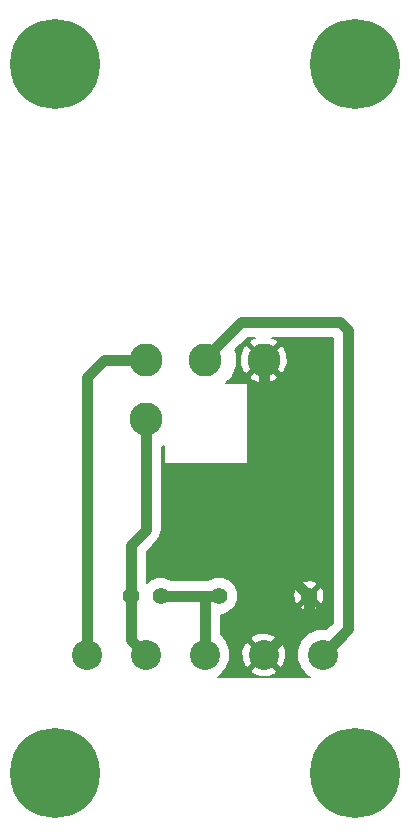
<source format=gbl>
G04 (created by PCBNEW (2013-07-07 BZR 4022)-stable) date 8/17/2015 4:18:57 PM*
%MOIN*%
G04 Gerber Fmt 3.4, Leading zero omitted, Abs format*
%FSLAX34Y34*%
G01*
G70*
G90*
G04 APERTURE LIST*
%ADD10C,0.00590551*%
%ADD11C,0.055*%
%ADD12C,0.110236*%
%ADD13C,0.1*%
%ADD14C,0.3*%
%ADD15C,0.0354331*%
%ADD16C,0.00787402*%
G04 APERTURE END LIST*
G54D10*
G54D11*
X98893Y-45275D03*
X101893Y-45275D03*
X95956Y-45275D03*
X96956Y-45275D03*
G54D12*
X98425Y-37401D03*
X100393Y-37401D03*
X96456Y-37401D03*
X96456Y-39370D03*
G54D13*
X94488Y-47244D03*
X96456Y-47244D03*
X98425Y-47244D03*
X100393Y-47244D03*
X102362Y-47244D03*
G54D14*
X93425Y-51181D03*
X103425Y-51181D03*
X93425Y-27559D03*
X103425Y-27559D03*
G54D15*
X98421Y-45275D02*
X98421Y-47240D01*
X98421Y-47240D02*
X98425Y-47244D01*
X96956Y-45275D02*
X98421Y-45275D01*
X98421Y-45275D02*
X98893Y-45275D01*
X101893Y-45275D02*
X101893Y-45744D01*
X101893Y-45744D02*
X100393Y-47244D01*
X100393Y-37401D02*
X100393Y-43775D01*
X100393Y-43775D02*
X101893Y-45275D01*
X96456Y-37401D02*
X95074Y-37401D01*
X95074Y-37401D02*
X94488Y-37988D01*
X94488Y-37988D02*
X94488Y-47244D01*
X98425Y-37401D02*
X98425Y-37338D01*
X103216Y-46389D02*
X102362Y-47244D01*
X103216Y-36405D02*
X103216Y-46389D01*
X102944Y-36133D02*
X103216Y-36405D01*
X99629Y-36133D02*
X102944Y-36133D01*
X98425Y-37338D02*
X99629Y-36133D01*
X95956Y-45275D02*
X95956Y-46744D01*
X95956Y-46744D02*
X96456Y-47244D01*
X96456Y-39370D02*
X96456Y-43086D01*
X95956Y-43586D02*
X95956Y-45275D01*
X96456Y-43086D02*
X95956Y-43586D01*
G54D10*
G36*
X102685Y-46169D02*
X102464Y-46389D01*
X102414Y-46389D01*
X102414Y-45338D01*
X102398Y-45134D01*
X102350Y-45018D01*
X102262Y-44992D01*
X102176Y-45078D01*
X102176Y-44907D01*
X102150Y-44818D01*
X101956Y-44754D01*
X101752Y-44770D01*
X101636Y-44818D01*
X101610Y-44907D01*
X101893Y-45189D01*
X102176Y-44907D01*
X102176Y-45078D01*
X101979Y-45275D01*
X102262Y-45558D01*
X102350Y-45532D01*
X102414Y-45338D01*
X102414Y-46389D01*
X102193Y-46389D01*
X102176Y-46396D01*
X102176Y-45644D01*
X101893Y-45361D01*
X101807Y-45447D01*
X101807Y-45275D01*
X101525Y-44992D01*
X101436Y-45018D01*
X101373Y-45212D01*
X101388Y-45416D01*
X101436Y-45532D01*
X101525Y-45558D01*
X101807Y-45275D01*
X101807Y-45447D01*
X101610Y-45644D01*
X101636Y-45732D01*
X101831Y-45796D01*
X102035Y-45780D01*
X102150Y-45732D01*
X102176Y-45644D01*
X102176Y-46396D01*
X101878Y-46519D01*
X101638Y-46759D01*
X101508Y-47073D01*
X101507Y-47413D01*
X101637Y-47727D01*
X101877Y-47967D01*
X101935Y-47992D01*
X101189Y-47992D01*
X101189Y-37530D01*
X101178Y-37215D01*
X101079Y-36978D01*
X100962Y-36918D01*
X100479Y-37401D01*
X100962Y-37884D01*
X101079Y-37824D01*
X101189Y-37530D01*
X101189Y-47992D01*
X101138Y-47992D01*
X101138Y-47360D01*
X101126Y-47066D01*
X101037Y-46851D01*
X100925Y-46798D01*
X100876Y-46846D01*
X100876Y-37970D01*
X100393Y-37487D01*
X100307Y-37573D01*
X100307Y-37401D01*
X99824Y-36918D01*
X99707Y-36978D01*
X99598Y-37272D01*
X99609Y-37587D01*
X99707Y-37824D01*
X99824Y-37884D01*
X100307Y-37401D01*
X100307Y-37573D01*
X99910Y-37970D01*
X99970Y-38087D01*
X100265Y-38197D01*
X100579Y-38185D01*
X100817Y-38087D01*
X100876Y-37970D01*
X100876Y-46846D01*
X100839Y-46883D01*
X100839Y-46712D01*
X100786Y-46600D01*
X100510Y-46499D01*
X100216Y-46511D01*
X100001Y-46600D01*
X99947Y-46712D01*
X100393Y-47158D01*
X100839Y-46712D01*
X100839Y-46883D01*
X100479Y-47244D01*
X100925Y-47690D01*
X101037Y-47636D01*
X101138Y-47360D01*
X101138Y-47992D01*
X100839Y-47992D01*
X100839Y-47775D01*
X100393Y-47329D01*
X100307Y-47415D01*
X100307Y-47244D01*
X99861Y-46798D01*
X99750Y-46851D01*
X99648Y-47127D01*
X99661Y-47421D01*
X99750Y-47636D01*
X99861Y-47690D01*
X100307Y-47244D01*
X100307Y-47415D01*
X99947Y-47775D01*
X100001Y-47887D01*
X100277Y-47988D01*
X100571Y-47976D01*
X100786Y-47887D01*
X100839Y-47775D01*
X100839Y-47992D01*
X98852Y-47992D01*
X98908Y-47968D01*
X99149Y-47728D01*
X99279Y-47414D01*
X99279Y-47074D01*
X99149Y-46760D01*
X98952Y-46563D01*
X98952Y-45904D01*
X99018Y-45905D01*
X99249Y-45809D01*
X99426Y-45632D01*
X99522Y-45401D01*
X99523Y-45150D01*
X99427Y-44919D01*
X99250Y-44742D01*
X99019Y-44646D01*
X98769Y-44646D01*
X98537Y-44741D01*
X98535Y-44744D01*
X98421Y-44744D01*
X97315Y-44744D01*
X97313Y-44742D01*
X97082Y-44646D01*
X96832Y-44646D01*
X96600Y-44741D01*
X96488Y-44854D01*
X96488Y-43806D01*
X96832Y-43462D01*
X96947Y-43290D01*
X96947Y-43290D01*
X96988Y-43086D01*
X96988Y-40300D01*
X97051Y-40274D01*
X97051Y-40885D01*
X99854Y-40885D01*
X99854Y-38192D01*
X99137Y-38192D01*
X99325Y-38004D01*
X99488Y-37613D01*
X99488Y-37191D01*
X99440Y-37075D01*
X99850Y-36665D01*
X100091Y-36665D01*
X99970Y-36715D01*
X99910Y-36832D01*
X100393Y-37315D01*
X100876Y-36832D01*
X100817Y-36715D01*
X100682Y-36665D01*
X102685Y-36665D01*
X102685Y-46169D01*
X102685Y-46169D01*
G37*
G54D16*
X102685Y-46169D02*
X102464Y-46389D01*
X102414Y-46389D01*
X102414Y-45338D01*
X102398Y-45134D01*
X102350Y-45018D01*
X102262Y-44992D01*
X102176Y-45078D01*
X102176Y-44907D01*
X102150Y-44818D01*
X101956Y-44754D01*
X101752Y-44770D01*
X101636Y-44818D01*
X101610Y-44907D01*
X101893Y-45189D01*
X102176Y-44907D01*
X102176Y-45078D01*
X101979Y-45275D01*
X102262Y-45558D01*
X102350Y-45532D01*
X102414Y-45338D01*
X102414Y-46389D01*
X102193Y-46389D01*
X102176Y-46396D01*
X102176Y-45644D01*
X101893Y-45361D01*
X101807Y-45447D01*
X101807Y-45275D01*
X101525Y-44992D01*
X101436Y-45018D01*
X101373Y-45212D01*
X101388Y-45416D01*
X101436Y-45532D01*
X101525Y-45558D01*
X101807Y-45275D01*
X101807Y-45447D01*
X101610Y-45644D01*
X101636Y-45732D01*
X101831Y-45796D01*
X102035Y-45780D01*
X102150Y-45732D01*
X102176Y-45644D01*
X102176Y-46396D01*
X101878Y-46519D01*
X101638Y-46759D01*
X101508Y-47073D01*
X101507Y-47413D01*
X101637Y-47727D01*
X101877Y-47967D01*
X101935Y-47992D01*
X101189Y-47992D01*
X101189Y-37530D01*
X101178Y-37215D01*
X101079Y-36978D01*
X100962Y-36918D01*
X100479Y-37401D01*
X100962Y-37884D01*
X101079Y-37824D01*
X101189Y-37530D01*
X101189Y-47992D01*
X101138Y-47992D01*
X101138Y-47360D01*
X101126Y-47066D01*
X101037Y-46851D01*
X100925Y-46798D01*
X100876Y-46846D01*
X100876Y-37970D01*
X100393Y-37487D01*
X100307Y-37573D01*
X100307Y-37401D01*
X99824Y-36918D01*
X99707Y-36978D01*
X99598Y-37272D01*
X99609Y-37587D01*
X99707Y-37824D01*
X99824Y-37884D01*
X100307Y-37401D01*
X100307Y-37573D01*
X99910Y-37970D01*
X99970Y-38087D01*
X100265Y-38197D01*
X100579Y-38185D01*
X100817Y-38087D01*
X100876Y-37970D01*
X100876Y-46846D01*
X100839Y-46883D01*
X100839Y-46712D01*
X100786Y-46600D01*
X100510Y-46499D01*
X100216Y-46511D01*
X100001Y-46600D01*
X99947Y-46712D01*
X100393Y-47158D01*
X100839Y-46712D01*
X100839Y-46883D01*
X100479Y-47244D01*
X100925Y-47690D01*
X101037Y-47636D01*
X101138Y-47360D01*
X101138Y-47992D01*
X100839Y-47992D01*
X100839Y-47775D01*
X100393Y-47329D01*
X100307Y-47415D01*
X100307Y-47244D01*
X99861Y-46798D01*
X99750Y-46851D01*
X99648Y-47127D01*
X99661Y-47421D01*
X99750Y-47636D01*
X99861Y-47690D01*
X100307Y-47244D01*
X100307Y-47415D01*
X99947Y-47775D01*
X100001Y-47887D01*
X100277Y-47988D01*
X100571Y-47976D01*
X100786Y-47887D01*
X100839Y-47775D01*
X100839Y-47992D01*
X98852Y-47992D01*
X98908Y-47968D01*
X99149Y-47728D01*
X99279Y-47414D01*
X99279Y-47074D01*
X99149Y-46760D01*
X98952Y-46563D01*
X98952Y-45904D01*
X99018Y-45905D01*
X99249Y-45809D01*
X99426Y-45632D01*
X99522Y-45401D01*
X99523Y-45150D01*
X99427Y-44919D01*
X99250Y-44742D01*
X99019Y-44646D01*
X98769Y-44646D01*
X98537Y-44741D01*
X98535Y-44744D01*
X98421Y-44744D01*
X97315Y-44744D01*
X97313Y-44742D01*
X97082Y-44646D01*
X96832Y-44646D01*
X96600Y-44741D01*
X96488Y-44854D01*
X96488Y-43806D01*
X96832Y-43462D01*
X96947Y-43290D01*
X96947Y-43290D01*
X96988Y-43086D01*
X96988Y-40300D01*
X97051Y-40274D01*
X97051Y-40885D01*
X99854Y-40885D01*
X99854Y-38192D01*
X99137Y-38192D01*
X99325Y-38004D01*
X99488Y-37613D01*
X99488Y-37191D01*
X99440Y-37075D01*
X99850Y-36665D01*
X100091Y-36665D01*
X99970Y-36715D01*
X99910Y-36832D01*
X100393Y-37315D01*
X100876Y-36832D01*
X100817Y-36715D01*
X100682Y-36665D01*
X102685Y-36665D01*
X102685Y-46169D01*
M02*

</source>
